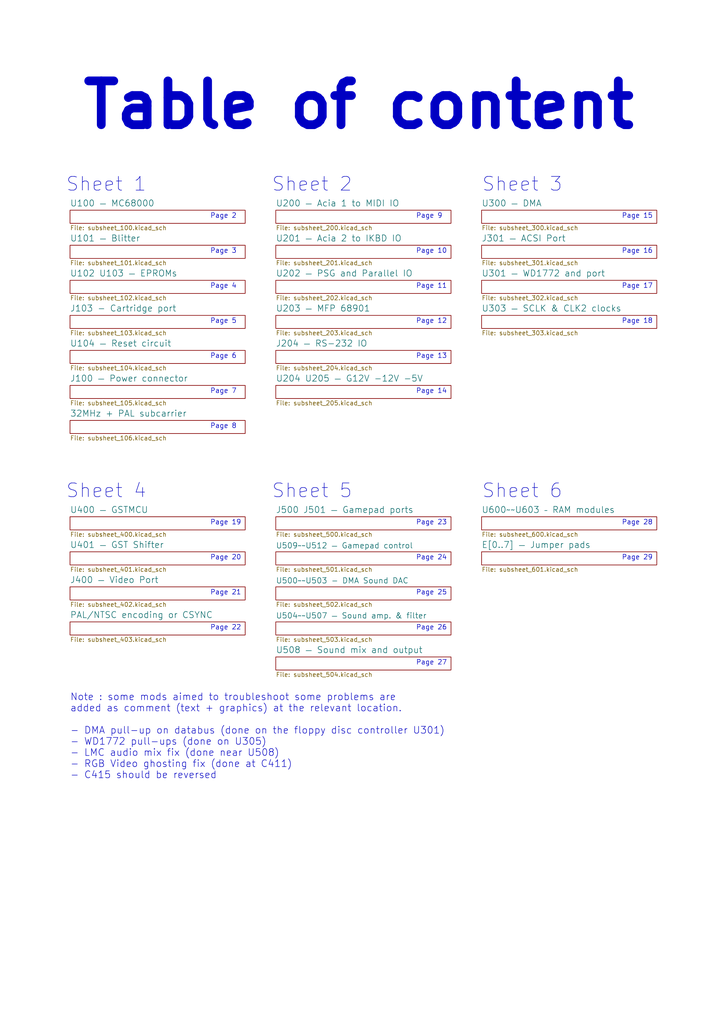
<source format=kicad_sch>
(kicad_sch (version 20230121) (generator eeschema)
  (paper "A4" portrait)
  (title_block (title "Converted schematics of Atari STE") (date "2021-08-31") (rev "1.0.0") (comment 1 "Reference : C300780-001"))
  (lib_symbols)
  (text "Sheet 4" (at 19.05 144.78 0) (effects (font (size 3.9878 3.9878)) (justify left bottom)))
  (text "Sheet 5" (at 78.74 144.78 0) (effects (font (size 3.9878 3.9878)) (justify left bottom)))
  (text "Page 12" (at 120.65 93.98 0) (effects (font (size 1.397 1.397)) (justify left bottom)))
  (text "Table of content" (at 22.86 38.1 0) (effects (font (size 12.7 12.7) (thickness 2.54) bold) (justify left bottom)))
  (text "Page 25" (at 120.65 172.72 0) (effects (font (size 1.397 1.397)) (justify left bottom)))
  (text "Page 28" (at 180.34 152.4 0) (effects (font (size 1.397 1.397)) (justify left bottom)))
  (text "Page 10" (at 120.65 73.66 0) (effects (font (size 1.397 1.397)) (justify left bottom)))
  (text "Page 11" (at 120.65 83.82 0) (effects (font (size 1.397 1.397)) (justify left bottom)))
  (text "Sheet 6" (at 139.7 144.78 0) (effects (font (size 3.9878 3.9878)) (justify left bottom)))
  (text "Page 17" (at 180.34 83.82 0) (effects (font (size 1.397 1.397)) (justify left bottom)))
  (text "Sheet 1" (at 19.05 55.88 0) (effects (font (size 3.9878 3.9878)) (justify left bottom)))
  (text "Page 13" (at 120.65 104.14 0) (effects (font (size 1.397 1.397)) (justify left bottom)))
  (text "Page 6" (at 60.96 104.14 0) (effects (font (size 1.397 1.397)) (justify left bottom)))
  (text "Page 4" (at 60.96 83.82 0) (effects (font (size 1.397 1.397)) (justify left bottom)))
  (text "Page 8" (at 60.96 124.46 0) (effects (font (size 1.397 1.397)) (justify left bottom)))
  (text "Page 3" (at 60.96 73.66 0) (effects (font (size 1.397 1.397)) (justify left bottom)))
  (text "Page 5" (at 60.96 93.98 0) (effects (font (size 1.397 1.397)) (justify left bottom)))
  (text "Page 27" (at 120.65 193.04 0) (effects (font (size 1.397 1.397)) (justify left bottom)))
  (text "Page 7" (at 60.96 114.3 0) (effects (font (size 1.397 1.397)) (justify left bottom)))
  (text "Page 15" (at 180.34 63.5 0) (effects (font (size 1.397 1.397)) (justify left bottom)))
  (text "Page 19" (at 60.96 152.4 0) (effects (font (size 1.397 1.397)) (justify left bottom)))
  (text "Page 16" (at 180.34 73.66 0) (effects (font (size 1.397 1.397)) (justify left bottom)))
  (text "Page 22" (at 60.96 182.88 0) (effects (font (size 1.397 1.397)) (justify left bottom)))
  (text "Page 2" (at 60.96 63.5 0) (effects (font (size 1.397 1.397)) (justify left bottom)))
  (text "Note : some mods aimed to troubleshoot some problems are \nadded as comment (text + graphics) at the relevant location.\n\n- DMA pull-up on databus (done on the floppy disc controller U301)\n- WD1772 pull-ups (done on U305)\n- LMC audio mix fix (done near U508)\n- RGB Video ghosting fix (done at C411)\n- C415 should be reversed\n" (at 20.32 226.06 0) (effects (font (size 2.0066 2.0066)) (justify left bottom)))
  (text "Page 14" (at 120.65 114.3 0) (effects (font (size 1.397 1.397)) (justify left bottom)))
  (text "Page 21" (at 60.96 172.72 0) (effects (font (size 1.397 1.397)) (justify left bottom)))
  (text "Page 20" (at 60.96 162.56 0) (effects (font (size 1.397 1.397)) (justify left bottom)))
  (text "Page 24" (at 120.65 162.56 0) (effects (font (size 1.397 1.397)) (justify left bottom)))
  (text "Sheet 2" (at 78.74 55.88 0) (effects (font (size 3.9878 3.9878)) (justify left bottom)))
  (text "Page 9" (at 120.65 63.5 0) (effects (font (size 1.397 1.397)) (justify left bottom)))
  (text "Page 29" (at 180.34 162.56 0) (effects (font (size 1.397 1.397)) (justify left bottom)))
  (text "Sheet 3" (at 139.7 55.88 0) (effects (font (size 3.9878 3.9878)) (justify left bottom)))
  (text "Page 26" (at 120.65 182.88 0) (effects (font (size 1.397 1.397)) (justify left bottom)))
  (text "Page 18" (at 180.34 93.98 0) (effects (font (size 1.397 1.397)) (justify left bottom)))
  (text "Page 23" (at 120.65 152.4 0) (effects (font (size 1.397 1.397)) (justify left bottom)))
  (sheet (at 20.32 71.12) (size 50.8 3.81)
    (property "Sheetname" "U101 — Blitter" (at 20.32 70.1417 0) (effects (font (size 1.8034 1.8034)) (justify left bottom)))
    (property "Sheetfile" "subsheet_101.kicad_sch" (at 20.32 75.5146 0) (effects (justify left top)))
  )
  (sheet (at 20.32 81.28) (size 50.8 3.81)
    (property "Sheetname" "U102 U103 — EPROMs" (at 20.32 80.3017 0) (effects (font (size 1.8034 1.8034)) (justify left bottom)))
    (property "Sheetfile" "subsheet_102.kicad_sch" (at 20.32 85.6746 0) (effects (justify left top)))
  )
  (sheet (at 20.32 91.44) (size 50.8 3.81)
    (property "Sheetname" "J103 - Cartridge port" (at 20.32 90.4617 0) (effects (font (size 1.8034 1.8034)) (justify left bottom)))
    (property "Sheetfile" "subsheet_103.kicad_sch" (at 20.32 95.8346 0) (effects (justify left top)))
  )
  (sheet (at 20.32 101.6) (size 50.8 3.81)
    (property "Sheetname" "U104 — Reset circuit" (at 20.32 100.6217 0) (effects (font (size 1.8034 1.8034)) (justify left bottom)))
    (property "Sheetfile" "subsheet_104.kicad_sch" (at 20.32 105.9946 0) (effects (justify left top)))
  )
  (sheet (at 20.32 111.76) (size 50.8 3.81)
    (property "Sheetname" "J100 — Power connector" (at 20.32 110.7817 0) (effects (font (size 1.8034 1.8034)) (justify left bottom)))
    (property "Sheetfile" "subsheet_105.kicad_sch" (at 20.32 116.1546 0) (effects (justify left top)))
  )
  (sheet (at 20.32 121.92) (size 50.8 3.81)
    (property "Sheetname" "32MHz + PAL subcarrier" (at 20.32 120.9417 0) (effects (font (size 1.8034 1.8034)) (justify left bottom)))
    (property "Sheetfile" "subsheet_106.kicad_sch" (at 20.32 126.3146 0) (effects (justify left top)))
  )
  (sheet (at 20.32 60.96) (size 50.8 3.81)
    (property "Sheetname" "U100 — MC68000" (at 20.32 59.9817 0) (effects (font (size 1.8034 1.8034)) (justify left bottom)))
    (property "Sheetfile" "subsheet_100.kicad_sch" (at 20.32 65.3546 0) (effects (justify left top)))
  )
  (sheet (at 80.01 60.96) (size 50.8 3.81)
    (property "Sheetname" "U200 — Acia 1 to MIDI IO" (at 80.01 59.9817 0) (effects (font (size 1.8034 1.8034)) (justify left bottom)))
    (property "Sheetfile" "subsheet_200.kicad_sch" (at 80.01 65.3546 0) (effects (justify left top)))
  )
  (sheet (at 80.01 71.12) (size 50.8 3.81)
    (property "Sheetname" "U201 — Acia 2 to IKBD IO" (at 80.01 70.1417 0) (effects (font (size 1.8034 1.8034)) (justify left bottom)))
    (property "Sheetfile" "subsheet_201.kicad_sch" (at 80.01 75.5146 0) (effects (justify left top)))
  )
  (sheet (at 80.01 81.28) (size 50.8 3.81)
    (property "Sheetname" "U202 — PSG and Parallel IO" (at 80.01 80.3017 0) (effects (font (size 1.8034 1.8034)) (justify left bottom)))
    (property "Sheetfile" "subsheet_202.kicad_sch" (at 80.01 85.6746 0) (effects (justify left top)))
  )
  (sheet (at 80.01 91.44) (size 50.8 3.81)
    (property "Sheetname" "U203 — MFP 68901" (at 80.01 90.4617 0) (effects (font (size 1.8034 1.8034)) (justify left bottom)))
    (property "Sheetfile" "subsheet_203.kicad_sch" (at 80.01 95.8346 0) (effects (justify left top)))
  )
  (sheet (at 80.01 101.6) (size 50.8 3.81)
    (property "Sheetname" "J204 — RS-232 IO" (at 80.01 100.6217 0) (effects (font (size 1.8034 1.8034)) (justify left bottom)))
    (property "Sheetfile" "subsheet_204.kicad_sch" (at 80.01 105.9946 0) (effects (justify left top)))
  )
  (sheet (at 80.01 111.76) (size 50.8 3.81)
    (property "Sheetname" "U204 U205 — G12V -12V -5V" (at 80.01 110.7817 0) (effects (font (size 1.8034 1.8034)) (justify left bottom)))
    (property "Sheetfile" "subsheet_205.kicad_sch" (at 80.01 116.1546 0) (effects (justify left top)))
  )
  (sheet (at 139.7 60.96) (size 50.8 3.81)
    (property "Sheetname" "U300 — DMA" (at 139.7 59.9817 0) (effects (font (size 1.8034 1.8034)) (justify left bottom)))
    (property "Sheetfile" "subsheet_300.kicad_sch" (at 139.7 65.3546 0) (effects (justify left top)))
  )
  (sheet (at 139.7 71.12) (size 50.8 3.81)
    (property "Sheetname" "J301 — ACSI Port" (at 139.7 70.1417 0) (effects (font (size 1.8034 1.8034)) (justify left bottom)))
    (property "Sheetfile" "subsheet_301.kicad_sch" (at 139.7 75.5146 0) (effects (justify left top)))
  )
  (sheet (at 139.7 91.44) (size 50.8 3.81)
    (property "Sheetname" "U303 — SCLK & CLK2 clocks" (at 139.7 90.4617 0) (effects (font (size 1.8034 1.8034)) (justify left bottom)))
    (property "Sheetfile" "subsheet_303.kicad_sch" (at 139.7 95.8346 0) (effects (justify left top)))
  )
  (sheet (at 20.32 149.86) (size 50.8 3.81)
    (property "Sheetname" "U400 — GSTMCU" (at 20.32 148.8817 0) (effects (font (size 1.8034 1.8034)) (justify left bottom)))
    (property "Sheetfile" "subsheet_400.kicad_sch" (at 20.32 154.2546 0) (effects (justify left top)))
  )
  (sheet (at 20.32 160.02) (size 50.8 3.81)
    (property "Sheetname" "U401 — GST Shifter" (at 20.32 159.0417 0) (effects (font (size 1.8034 1.8034)) (justify left bottom)))
    (property "Sheetfile" "subsheet_401.kicad_sch" (at 20.32 164.4146 0) (effects (justify left top)))
  )
  (sheet (at 139.7 81.28) (size 50.8 3.81)
    (property "Sheetname" "U301 — WD1772 and port" (at 139.7 80.3017 0) (effects (font (size 1.8034 1.8034)) (justify left bottom)))
    (property "Sheetfile" "subsheet_302.kicad_sch" (at 139.7 85.6746 0) (effects (justify left top)))
  )
  (sheet (at 20.32 170.18) (size 50.8 3.81)
    (property "Sheetname" "J400 — Video Port" (at 20.32 169.2017 0) (effects (font (size 1.8034 1.8034)) (justify left bottom)))
    (property "Sheetfile" "subsheet_402.kicad_sch" (at 20.32 174.5746 0) (effects (justify left top)))
  )
  (sheet (at 20.32 180.34) (size 50.8 3.81)
    (property "Sheetname" "PAL/NTSC encoding or CSYNC" (at 20.32 179.3617 0) (effects (font (size 1.8034 1.8034)) (justify left bottom)))
    (property "Sheetfile" "subsheet_403.kicad_sch" (at 20.32 184.7346 0) (effects (justify left top)))
  )
  (sheet (at 80.01 149.86) (size 50.8 3.81)
    (property "Sheetname" "J500 J501 — Gamepad ports" (at 80.01 148.8817 0) (effects (font (size 1.8034 1.8034)) (justify left bottom)))
    (property "Sheetfile" "subsheet_500.kicad_sch" (at 80.01 154.2546 0) (effects (justify left top)))
  )
  (sheet (at 80.01 160.02) (size 50.8 3.81)
    (property "Sheetname" "U509~~U512 — Gamepad control" (at 80.01 159.1433 0) (effects (font (size 1.6002 1.6002)) (justify left bottom)))
    (property "Sheetfile" "subsheet_501.kicad_sch" (at 80.01 164.4146 0) (effects (justify left top)))
  )
  (sheet (at 80.01 170.18) (size 50.8 3.81)
    (property "Sheetname" "U500~~U503 - DMA Sound DAC" (at 80.01 169.3033 0) (effects (font (size 1.6002 1.6002)) (justify left bottom)))
    (property "Sheetfile" "subsheet_502.kicad_sch" (at 80.01 174.5746 0) (effects (justify left top)))
  )
  (sheet (at 80.01 180.34) (size 50.8 3.81)
    (property "Sheetname" "U504~~U507 — Sound amp. & filter" (at 80.01 179.4633 0) (effects (font (size 1.6002 1.6002)) (justify left bottom)))
    (property "Sheetfile" "subsheet_503.kicad_sch" (at 80.01 184.7346 0) (effects (justify left top)))
  )
  (sheet (at 80.01 190.5) (size 50.8 3.81)
    (property "Sheetname" "U508 — Sound mix and output" (at 80.01 189.5217 0) (effects (font (size 1.8034 1.8034)) (justify left bottom)))
    (property "Sheetfile" "subsheet_504.kicad_sch" (at 80.01 194.8946 0) (effects (justify left top)))
  )
  (sheet (at 139.7 149.86) (size 50.8 3.81)
    (property "Sheetname" "U600~~U603 – RAM modules" (at 139.7 148.8817 0) (effects (font (size 1.8034 1.8034)) (justify left bottom)))
    (property "Sheetfile" "subsheet_600.kicad_sch" (at 139.7 154.2546 0) (effects (justify left top)))
  )
  (sheet (at 139.7 160.02) (size 50.8 3.81)
    (property "Sheetname" "E[0..7] — Jumper pads" (at 139.7 159.0417 0) (effects (font (size 1.8034 1.8034)) (justify left bottom)))
    (property "Sheetfile" "subsheet_601.kicad_sch" (at 139.7 164.4146 0) (effects (justify left top)))
  )
)
</source>
